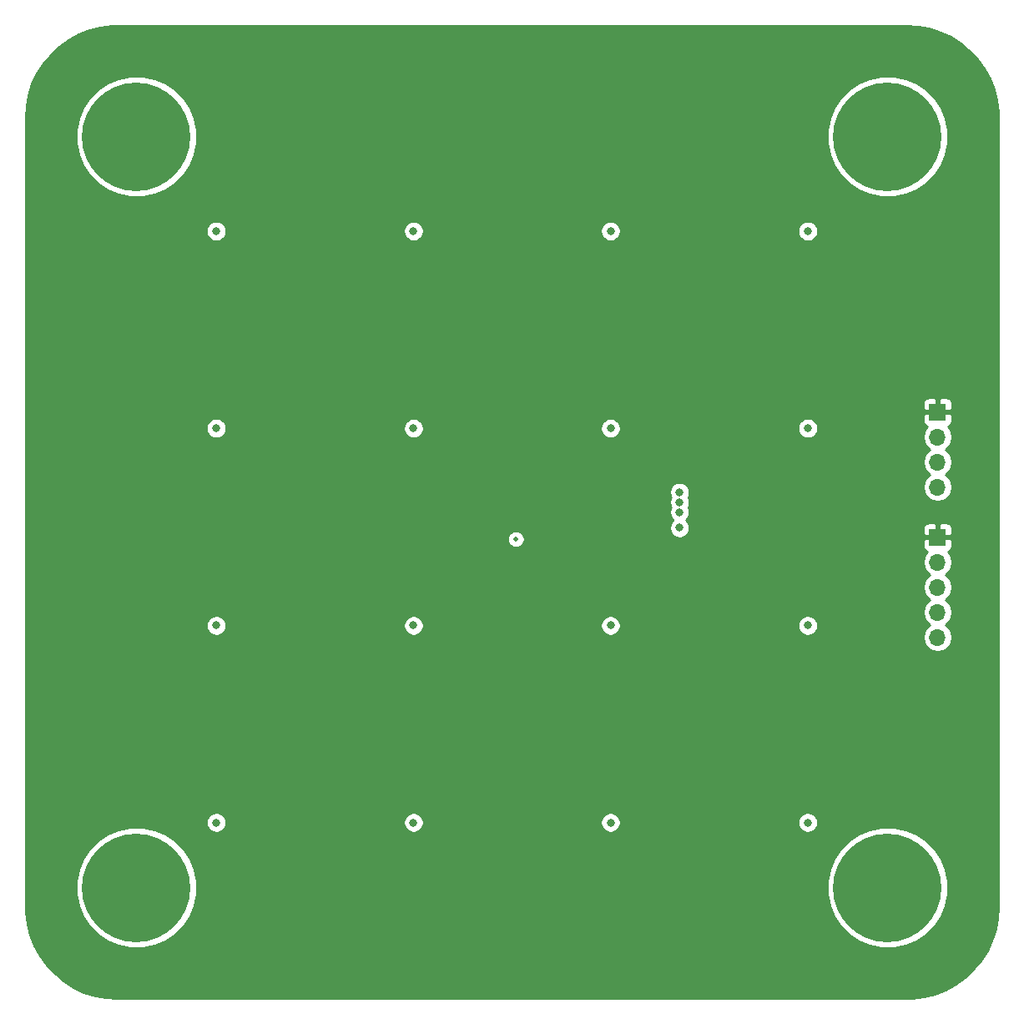
<source format=gbr>
G04 #@! TF.GenerationSoftware,KiCad,Pcbnew,(5.1.5)-3*
G04 #@! TF.CreationDate,2020-04-16T13:08:58+02:00*
G04 #@! TF.ProjectId,TGPG_breakoutboard,54475047-5f62-4726-9561-6b6f7574626f,rev?*
G04 #@! TF.SameCoordinates,Original*
G04 #@! TF.FileFunction,Copper,L2,Inr*
G04 #@! TF.FilePolarity,Positive*
%FSLAX46Y46*%
G04 Gerber Fmt 4.6, Leading zero omitted, Abs format (unit mm)*
G04 Created by KiCad (PCBNEW (5.1.5)-3) date 2020-04-16 13:08:58*
%MOMM*%
%LPD*%
G04 APERTURE LIST*
%ADD10C,11.000000*%
%ADD11O,1.700000X1.700000*%
%ADD12R,1.700000X1.700000*%
%ADD13C,0.500000*%
%ADD14C,0.800000*%
%ADD15C,0.254000*%
G04 APERTURE END LIST*
D10*
X178100000Y-51900000D03*
X178100000Y-128100000D03*
X101900000Y-128100000D03*
X101900000Y-51900000D03*
D11*
X183180000Y-87460000D03*
X183180000Y-84920000D03*
X183180000Y-82380000D03*
D12*
X183180000Y-79840000D03*
D11*
X183180000Y-102700000D03*
X183180000Y-100160000D03*
X183180000Y-97620000D03*
X183180000Y-95080000D03*
D12*
X183180000Y-92540000D03*
D13*
X138750000Y-91250000D03*
X138750000Y-88750000D03*
D14*
X110000000Y-58500000D03*
X130000000Y-58500000D03*
X150000000Y-58500000D03*
X170000000Y-58500000D03*
X110000000Y-78500000D03*
X130000000Y-78500000D03*
X150000000Y-78500000D03*
X170000000Y-78500000D03*
X110000000Y-98500000D03*
X130000000Y-98500000D03*
X150000000Y-98500000D03*
X170000000Y-98500000D03*
X110000000Y-118500000D03*
X130000000Y-118500000D03*
X150000000Y-118500000D03*
X170000000Y-118500000D03*
D13*
X141250000Y-88750000D03*
X141250000Y-91250000D03*
D14*
X181910000Y-70950000D03*
X101900000Y-64600000D03*
X101900000Y-77300000D03*
X101900000Y-90000000D03*
X101900000Y-105240000D03*
X101900000Y-115400000D03*
X178100000Y-115400000D03*
X178100000Y-102700000D03*
X178100000Y-90000000D03*
X178100000Y-77300000D03*
X178100000Y-64600000D03*
X165400000Y-51900000D03*
X152700000Y-51900000D03*
X140000000Y-51900000D03*
X127300000Y-51900000D03*
X114600000Y-51900000D03*
D13*
X140400000Y-92750000D03*
D14*
X110000000Y-61500000D03*
X130000000Y-61500000D03*
X150000000Y-61500000D03*
X170000000Y-61500000D03*
X110000000Y-81500000D03*
X130000000Y-81500000D03*
X150000000Y-81500000D03*
X170000000Y-81500000D03*
X110000000Y-101500000D03*
X130000000Y-101500000D03*
X150000000Y-101500000D03*
X170000000Y-101500000D03*
X110000000Y-121500000D03*
X130000000Y-121500000D03*
X150000000Y-121500000D03*
X170000000Y-121500000D03*
X157000000Y-90000000D03*
X157000000Y-89000000D03*
X157000000Y-88000000D03*
X157000000Y-91600000D03*
D15*
G36*
X181170449Y-40734944D02*
G01*
X182322444Y-40954698D01*
X183437801Y-41317100D01*
X184498955Y-41816441D01*
X185489146Y-42444836D01*
X186392776Y-43192383D01*
X187195588Y-44047292D01*
X187884922Y-44996079D01*
X188449903Y-46023774D01*
X188881627Y-47114186D01*
X189173281Y-48250103D01*
X189321571Y-49423941D01*
X189340000Y-50010358D01*
X189340001Y-129979237D01*
X189265056Y-131170448D01*
X189045302Y-132322444D01*
X188682900Y-133437801D01*
X188183560Y-134498952D01*
X187555165Y-135489144D01*
X186807612Y-136392780D01*
X185952708Y-137195588D01*
X185003922Y-137884922D01*
X183976227Y-138449903D01*
X182885813Y-138881627D01*
X181749897Y-139173281D01*
X180576058Y-139321571D01*
X179989642Y-139340000D01*
X100020747Y-139340000D01*
X98829552Y-139265056D01*
X97677556Y-139045302D01*
X96562199Y-138682900D01*
X95501048Y-138183560D01*
X94510856Y-137555165D01*
X93607220Y-136807612D01*
X92804412Y-135952708D01*
X92115078Y-135003922D01*
X91550097Y-133976227D01*
X91118373Y-132885813D01*
X90826719Y-131749897D01*
X90678429Y-130576058D01*
X90660000Y-129989642D01*
X90660000Y-127495755D01*
X95765000Y-127495755D01*
X95765000Y-128704245D01*
X96000764Y-129889514D01*
X96463233Y-131006012D01*
X97134634Y-132010835D01*
X97989165Y-132865366D01*
X98993988Y-133536767D01*
X100110486Y-133999236D01*
X101295755Y-134235000D01*
X102504245Y-134235000D01*
X103689514Y-133999236D01*
X104806012Y-133536767D01*
X105810835Y-132865366D01*
X106665366Y-132010835D01*
X107336767Y-131006012D01*
X107799236Y-129889514D01*
X108035000Y-128704245D01*
X108035000Y-127495755D01*
X171965000Y-127495755D01*
X171965000Y-128704245D01*
X172200764Y-129889514D01*
X172663233Y-131006012D01*
X173334634Y-132010835D01*
X174189165Y-132865366D01*
X175193988Y-133536767D01*
X176310486Y-133999236D01*
X177495755Y-134235000D01*
X178704245Y-134235000D01*
X179889514Y-133999236D01*
X181006012Y-133536767D01*
X182010835Y-132865366D01*
X182865366Y-132010835D01*
X183536767Y-131006012D01*
X183999236Y-129889514D01*
X184235000Y-128704245D01*
X184235000Y-127495755D01*
X183999236Y-126310486D01*
X183536767Y-125193988D01*
X182865366Y-124189165D01*
X182010835Y-123334634D01*
X181006012Y-122663233D01*
X179889514Y-122200764D01*
X178704245Y-121965000D01*
X177495755Y-121965000D01*
X176310486Y-122200764D01*
X175193988Y-122663233D01*
X174189165Y-123334634D01*
X173334634Y-124189165D01*
X172663233Y-125193988D01*
X172200764Y-126310486D01*
X171965000Y-127495755D01*
X108035000Y-127495755D01*
X107799236Y-126310486D01*
X107336767Y-125193988D01*
X106665366Y-124189165D01*
X105810835Y-123334634D01*
X104806012Y-122663233D01*
X103689514Y-122200764D01*
X102504245Y-121965000D01*
X101295755Y-121965000D01*
X100110486Y-122200764D01*
X98993988Y-122663233D01*
X97989165Y-123334634D01*
X97134634Y-124189165D01*
X96463233Y-125193988D01*
X96000764Y-126310486D01*
X95765000Y-127495755D01*
X90660000Y-127495755D01*
X90660000Y-121398061D01*
X108965000Y-121398061D01*
X108965000Y-121601939D01*
X109004774Y-121801898D01*
X109082795Y-121990256D01*
X109196063Y-122159774D01*
X109340226Y-122303937D01*
X109509744Y-122417205D01*
X109698102Y-122495226D01*
X109898061Y-122535000D01*
X110101939Y-122535000D01*
X110301898Y-122495226D01*
X110490256Y-122417205D01*
X110659774Y-122303937D01*
X110803937Y-122159774D01*
X110917205Y-121990256D01*
X110995226Y-121801898D01*
X111035000Y-121601939D01*
X111035000Y-121398061D01*
X128965000Y-121398061D01*
X128965000Y-121601939D01*
X129004774Y-121801898D01*
X129082795Y-121990256D01*
X129196063Y-122159774D01*
X129340226Y-122303937D01*
X129509744Y-122417205D01*
X129698102Y-122495226D01*
X129898061Y-122535000D01*
X130101939Y-122535000D01*
X130301898Y-122495226D01*
X130490256Y-122417205D01*
X130659774Y-122303937D01*
X130803937Y-122159774D01*
X130917205Y-121990256D01*
X130995226Y-121801898D01*
X131035000Y-121601939D01*
X131035000Y-121398061D01*
X148965000Y-121398061D01*
X148965000Y-121601939D01*
X149004774Y-121801898D01*
X149082795Y-121990256D01*
X149196063Y-122159774D01*
X149340226Y-122303937D01*
X149509744Y-122417205D01*
X149698102Y-122495226D01*
X149898061Y-122535000D01*
X150101939Y-122535000D01*
X150301898Y-122495226D01*
X150490256Y-122417205D01*
X150659774Y-122303937D01*
X150803937Y-122159774D01*
X150917205Y-121990256D01*
X150995226Y-121801898D01*
X151035000Y-121601939D01*
X151035000Y-121398061D01*
X168965000Y-121398061D01*
X168965000Y-121601939D01*
X169004774Y-121801898D01*
X169082795Y-121990256D01*
X169196063Y-122159774D01*
X169340226Y-122303937D01*
X169509744Y-122417205D01*
X169698102Y-122495226D01*
X169898061Y-122535000D01*
X170101939Y-122535000D01*
X170301898Y-122495226D01*
X170490256Y-122417205D01*
X170659774Y-122303937D01*
X170803937Y-122159774D01*
X170917205Y-121990256D01*
X170995226Y-121801898D01*
X171035000Y-121601939D01*
X171035000Y-121398061D01*
X170995226Y-121198102D01*
X170917205Y-121009744D01*
X170803937Y-120840226D01*
X170659774Y-120696063D01*
X170490256Y-120582795D01*
X170301898Y-120504774D01*
X170101939Y-120465000D01*
X169898061Y-120465000D01*
X169698102Y-120504774D01*
X169509744Y-120582795D01*
X169340226Y-120696063D01*
X169196063Y-120840226D01*
X169082795Y-121009744D01*
X169004774Y-121198102D01*
X168965000Y-121398061D01*
X151035000Y-121398061D01*
X150995226Y-121198102D01*
X150917205Y-121009744D01*
X150803937Y-120840226D01*
X150659774Y-120696063D01*
X150490256Y-120582795D01*
X150301898Y-120504774D01*
X150101939Y-120465000D01*
X149898061Y-120465000D01*
X149698102Y-120504774D01*
X149509744Y-120582795D01*
X149340226Y-120696063D01*
X149196063Y-120840226D01*
X149082795Y-121009744D01*
X149004774Y-121198102D01*
X148965000Y-121398061D01*
X131035000Y-121398061D01*
X130995226Y-121198102D01*
X130917205Y-121009744D01*
X130803937Y-120840226D01*
X130659774Y-120696063D01*
X130490256Y-120582795D01*
X130301898Y-120504774D01*
X130101939Y-120465000D01*
X129898061Y-120465000D01*
X129698102Y-120504774D01*
X129509744Y-120582795D01*
X129340226Y-120696063D01*
X129196063Y-120840226D01*
X129082795Y-121009744D01*
X129004774Y-121198102D01*
X128965000Y-121398061D01*
X111035000Y-121398061D01*
X110995226Y-121198102D01*
X110917205Y-121009744D01*
X110803937Y-120840226D01*
X110659774Y-120696063D01*
X110490256Y-120582795D01*
X110301898Y-120504774D01*
X110101939Y-120465000D01*
X109898061Y-120465000D01*
X109698102Y-120504774D01*
X109509744Y-120582795D01*
X109340226Y-120696063D01*
X109196063Y-120840226D01*
X109082795Y-121009744D01*
X109004774Y-121198102D01*
X108965000Y-121398061D01*
X90660000Y-121398061D01*
X90660000Y-101398061D01*
X108965000Y-101398061D01*
X108965000Y-101601939D01*
X109004774Y-101801898D01*
X109082795Y-101990256D01*
X109196063Y-102159774D01*
X109340226Y-102303937D01*
X109509744Y-102417205D01*
X109698102Y-102495226D01*
X109898061Y-102535000D01*
X110101939Y-102535000D01*
X110301898Y-102495226D01*
X110490256Y-102417205D01*
X110659774Y-102303937D01*
X110803937Y-102159774D01*
X110917205Y-101990256D01*
X110995226Y-101801898D01*
X111035000Y-101601939D01*
X111035000Y-101398061D01*
X128965000Y-101398061D01*
X128965000Y-101601939D01*
X129004774Y-101801898D01*
X129082795Y-101990256D01*
X129196063Y-102159774D01*
X129340226Y-102303937D01*
X129509744Y-102417205D01*
X129698102Y-102495226D01*
X129898061Y-102535000D01*
X130101939Y-102535000D01*
X130301898Y-102495226D01*
X130490256Y-102417205D01*
X130659774Y-102303937D01*
X130803937Y-102159774D01*
X130917205Y-101990256D01*
X130995226Y-101801898D01*
X131035000Y-101601939D01*
X131035000Y-101398061D01*
X148965000Y-101398061D01*
X148965000Y-101601939D01*
X149004774Y-101801898D01*
X149082795Y-101990256D01*
X149196063Y-102159774D01*
X149340226Y-102303937D01*
X149509744Y-102417205D01*
X149698102Y-102495226D01*
X149898061Y-102535000D01*
X150101939Y-102535000D01*
X150301898Y-102495226D01*
X150490256Y-102417205D01*
X150659774Y-102303937D01*
X150803937Y-102159774D01*
X150917205Y-101990256D01*
X150995226Y-101801898D01*
X151035000Y-101601939D01*
X151035000Y-101398061D01*
X168965000Y-101398061D01*
X168965000Y-101601939D01*
X169004774Y-101801898D01*
X169082795Y-101990256D01*
X169196063Y-102159774D01*
X169340226Y-102303937D01*
X169509744Y-102417205D01*
X169698102Y-102495226D01*
X169898061Y-102535000D01*
X170101939Y-102535000D01*
X170301898Y-102495226D01*
X170490256Y-102417205D01*
X170659774Y-102303937D01*
X170803937Y-102159774D01*
X170917205Y-101990256D01*
X170995226Y-101801898D01*
X171035000Y-101601939D01*
X171035000Y-101398061D01*
X170995226Y-101198102D01*
X170917205Y-101009744D01*
X170803937Y-100840226D01*
X170659774Y-100696063D01*
X170490256Y-100582795D01*
X170301898Y-100504774D01*
X170101939Y-100465000D01*
X169898061Y-100465000D01*
X169698102Y-100504774D01*
X169509744Y-100582795D01*
X169340226Y-100696063D01*
X169196063Y-100840226D01*
X169082795Y-101009744D01*
X169004774Y-101198102D01*
X168965000Y-101398061D01*
X151035000Y-101398061D01*
X150995226Y-101198102D01*
X150917205Y-101009744D01*
X150803937Y-100840226D01*
X150659774Y-100696063D01*
X150490256Y-100582795D01*
X150301898Y-100504774D01*
X150101939Y-100465000D01*
X149898061Y-100465000D01*
X149698102Y-100504774D01*
X149509744Y-100582795D01*
X149340226Y-100696063D01*
X149196063Y-100840226D01*
X149082795Y-101009744D01*
X149004774Y-101198102D01*
X148965000Y-101398061D01*
X131035000Y-101398061D01*
X130995226Y-101198102D01*
X130917205Y-101009744D01*
X130803937Y-100840226D01*
X130659774Y-100696063D01*
X130490256Y-100582795D01*
X130301898Y-100504774D01*
X130101939Y-100465000D01*
X129898061Y-100465000D01*
X129698102Y-100504774D01*
X129509744Y-100582795D01*
X129340226Y-100696063D01*
X129196063Y-100840226D01*
X129082795Y-101009744D01*
X129004774Y-101198102D01*
X128965000Y-101398061D01*
X111035000Y-101398061D01*
X110995226Y-101198102D01*
X110917205Y-101009744D01*
X110803937Y-100840226D01*
X110659774Y-100696063D01*
X110490256Y-100582795D01*
X110301898Y-100504774D01*
X110101939Y-100465000D01*
X109898061Y-100465000D01*
X109698102Y-100504774D01*
X109509744Y-100582795D01*
X109340226Y-100696063D01*
X109196063Y-100840226D01*
X109082795Y-101009744D01*
X109004774Y-101198102D01*
X108965000Y-101398061D01*
X90660000Y-101398061D01*
X90660000Y-92662835D01*
X139515000Y-92662835D01*
X139515000Y-92837165D01*
X139549010Y-93008145D01*
X139615723Y-93169205D01*
X139712576Y-93314155D01*
X139835845Y-93437424D01*
X139980795Y-93534277D01*
X140141855Y-93600990D01*
X140312835Y-93635000D01*
X140487165Y-93635000D01*
X140658145Y-93600990D01*
X140819205Y-93534277D01*
X140964155Y-93437424D01*
X141011579Y-93390000D01*
X181691928Y-93390000D01*
X181704188Y-93514482D01*
X181740498Y-93634180D01*
X181799463Y-93744494D01*
X181878815Y-93841185D01*
X181975506Y-93920537D01*
X182085820Y-93979502D01*
X182158380Y-94001513D01*
X182026525Y-94133368D01*
X181864010Y-94376589D01*
X181752068Y-94646842D01*
X181695000Y-94933740D01*
X181695000Y-95226260D01*
X181752068Y-95513158D01*
X181864010Y-95783411D01*
X182026525Y-96026632D01*
X182233368Y-96233475D01*
X182407760Y-96350000D01*
X182233368Y-96466525D01*
X182026525Y-96673368D01*
X181864010Y-96916589D01*
X181752068Y-97186842D01*
X181695000Y-97473740D01*
X181695000Y-97766260D01*
X181752068Y-98053158D01*
X181864010Y-98323411D01*
X182026525Y-98566632D01*
X182233368Y-98773475D01*
X182407760Y-98890000D01*
X182233368Y-99006525D01*
X182026525Y-99213368D01*
X181864010Y-99456589D01*
X181752068Y-99726842D01*
X181695000Y-100013740D01*
X181695000Y-100306260D01*
X181752068Y-100593158D01*
X181864010Y-100863411D01*
X182026525Y-101106632D01*
X182233368Y-101313475D01*
X182407760Y-101430000D01*
X182233368Y-101546525D01*
X182026525Y-101753368D01*
X181864010Y-101996589D01*
X181752068Y-102266842D01*
X181695000Y-102553740D01*
X181695000Y-102846260D01*
X181752068Y-103133158D01*
X181864010Y-103403411D01*
X182026525Y-103646632D01*
X182233368Y-103853475D01*
X182476589Y-104015990D01*
X182746842Y-104127932D01*
X183033740Y-104185000D01*
X183326260Y-104185000D01*
X183613158Y-104127932D01*
X183883411Y-104015990D01*
X184126632Y-103853475D01*
X184333475Y-103646632D01*
X184495990Y-103403411D01*
X184607932Y-103133158D01*
X184665000Y-102846260D01*
X184665000Y-102553740D01*
X184607932Y-102266842D01*
X184495990Y-101996589D01*
X184333475Y-101753368D01*
X184126632Y-101546525D01*
X183952240Y-101430000D01*
X184126632Y-101313475D01*
X184333475Y-101106632D01*
X184495990Y-100863411D01*
X184607932Y-100593158D01*
X184665000Y-100306260D01*
X184665000Y-100013740D01*
X184607932Y-99726842D01*
X184495990Y-99456589D01*
X184333475Y-99213368D01*
X184126632Y-99006525D01*
X183952240Y-98890000D01*
X184126632Y-98773475D01*
X184333475Y-98566632D01*
X184495990Y-98323411D01*
X184607932Y-98053158D01*
X184665000Y-97766260D01*
X184665000Y-97473740D01*
X184607932Y-97186842D01*
X184495990Y-96916589D01*
X184333475Y-96673368D01*
X184126632Y-96466525D01*
X183952240Y-96350000D01*
X184126632Y-96233475D01*
X184333475Y-96026632D01*
X184495990Y-95783411D01*
X184607932Y-95513158D01*
X184665000Y-95226260D01*
X184665000Y-94933740D01*
X184607932Y-94646842D01*
X184495990Y-94376589D01*
X184333475Y-94133368D01*
X184201620Y-94001513D01*
X184274180Y-93979502D01*
X184384494Y-93920537D01*
X184481185Y-93841185D01*
X184560537Y-93744494D01*
X184619502Y-93634180D01*
X184655812Y-93514482D01*
X184668072Y-93390000D01*
X184665000Y-92825750D01*
X184506250Y-92667000D01*
X183307000Y-92667000D01*
X183307000Y-92687000D01*
X183053000Y-92687000D01*
X183053000Y-92667000D01*
X181853750Y-92667000D01*
X181695000Y-92825750D01*
X181691928Y-93390000D01*
X141011579Y-93390000D01*
X141087424Y-93314155D01*
X141184277Y-93169205D01*
X141250990Y-93008145D01*
X141285000Y-92837165D01*
X141285000Y-92662835D01*
X141250990Y-92491855D01*
X141184277Y-92330795D01*
X141087424Y-92185845D01*
X140964155Y-92062576D01*
X140819205Y-91965723D01*
X140658145Y-91899010D01*
X140487165Y-91865000D01*
X140312835Y-91865000D01*
X140141855Y-91899010D01*
X139980795Y-91965723D01*
X139835845Y-92062576D01*
X139712576Y-92185845D01*
X139615723Y-92330795D01*
X139549010Y-92491855D01*
X139515000Y-92662835D01*
X90660000Y-92662835D01*
X90660000Y-87898061D01*
X155965000Y-87898061D01*
X155965000Y-88101939D01*
X156004774Y-88301898D01*
X156082795Y-88490256D01*
X156089306Y-88500000D01*
X156082795Y-88509744D01*
X156004774Y-88698102D01*
X155965000Y-88898061D01*
X155965000Y-89101939D01*
X156004774Y-89301898D01*
X156082795Y-89490256D01*
X156089306Y-89500000D01*
X156082795Y-89509744D01*
X156004774Y-89698102D01*
X155965000Y-89898061D01*
X155965000Y-90101939D01*
X156004774Y-90301898D01*
X156082795Y-90490256D01*
X156196063Y-90659774D01*
X156336289Y-90800000D01*
X156196063Y-90940226D01*
X156082795Y-91109744D01*
X156004774Y-91298102D01*
X155965000Y-91498061D01*
X155965000Y-91701939D01*
X156004774Y-91901898D01*
X156082795Y-92090256D01*
X156196063Y-92259774D01*
X156340226Y-92403937D01*
X156509744Y-92517205D01*
X156698102Y-92595226D01*
X156898061Y-92635000D01*
X157101939Y-92635000D01*
X157301898Y-92595226D01*
X157490256Y-92517205D01*
X157659774Y-92403937D01*
X157803937Y-92259774D01*
X157917205Y-92090256D01*
X157995226Y-91901898D01*
X158035000Y-91701939D01*
X158035000Y-91690000D01*
X181691928Y-91690000D01*
X181695000Y-92254250D01*
X181853750Y-92413000D01*
X183053000Y-92413000D01*
X183053000Y-91213750D01*
X183307000Y-91213750D01*
X183307000Y-92413000D01*
X184506250Y-92413000D01*
X184665000Y-92254250D01*
X184668072Y-91690000D01*
X184655812Y-91565518D01*
X184619502Y-91445820D01*
X184560537Y-91335506D01*
X184481185Y-91238815D01*
X184384494Y-91159463D01*
X184274180Y-91100498D01*
X184154482Y-91064188D01*
X184030000Y-91051928D01*
X183465750Y-91055000D01*
X183307000Y-91213750D01*
X183053000Y-91213750D01*
X182894250Y-91055000D01*
X182330000Y-91051928D01*
X182205518Y-91064188D01*
X182085820Y-91100498D01*
X181975506Y-91159463D01*
X181878815Y-91238815D01*
X181799463Y-91335506D01*
X181740498Y-91445820D01*
X181704188Y-91565518D01*
X181691928Y-91690000D01*
X158035000Y-91690000D01*
X158035000Y-91498061D01*
X157995226Y-91298102D01*
X157917205Y-91109744D01*
X157803937Y-90940226D01*
X157663711Y-90800000D01*
X157803937Y-90659774D01*
X157917205Y-90490256D01*
X157995226Y-90301898D01*
X158035000Y-90101939D01*
X158035000Y-89898061D01*
X157995226Y-89698102D01*
X157917205Y-89509744D01*
X157910694Y-89500000D01*
X157917205Y-89490256D01*
X157995226Y-89301898D01*
X158035000Y-89101939D01*
X158035000Y-88898061D01*
X157995226Y-88698102D01*
X157917205Y-88509744D01*
X157910694Y-88500000D01*
X157917205Y-88490256D01*
X157995226Y-88301898D01*
X158035000Y-88101939D01*
X158035000Y-87898061D01*
X157995226Y-87698102D01*
X157917205Y-87509744D01*
X157803937Y-87340226D01*
X157659774Y-87196063D01*
X157490256Y-87082795D01*
X157301898Y-87004774D01*
X157101939Y-86965000D01*
X156898061Y-86965000D01*
X156698102Y-87004774D01*
X156509744Y-87082795D01*
X156340226Y-87196063D01*
X156196063Y-87340226D01*
X156082795Y-87509744D01*
X156004774Y-87698102D01*
X155965000Y-87898061D01*
X90660000Y-87898061D01*
X90660000Y-81398061D01*
X108965000Y-81398061D01*
X108965000Y-81601939D01*
X109004774Y-81801898D01*
X109082795Y-81990256D01*
X109196063Y-82159774D01*
X109340226Y-82303937D01*
X109509744Y-82417205D01*
X109698102Y-82495226D01*
X109898061Y-82535000D01*
X110101939Y-82535000D01*
X110301898Y-82495226D01*
X110490256Y-82417205D01*
X110659774Y-82303937D01*
X110803937Y-82159774D01*
X110917205Y-81990256D01*
X110995226Y-81801898D01*
X111035000Y-81601939D01*
X111035000Y-81398061D01*
X128965000Y-81398061D01*
X128965000Y-81601939D01*
X129004774Y-81801898D01*
X129082795Y-81990256D01*
X129196063Y-82159774D01*
X129340226Y-82303937D01*
X129509744Y-82417205D01*
X129698102Y-82495226D01*
X129898061Y-82535000D01*
X130101939Y-82535000D01*
X130301898Y-82495226D01*
X130490256Y-82417205D01*
X130659774Y-82303937D01*
X130803937Y-82159774D01*
X130917205Y-81990256D01*
X130995226Y-81801898D01*
X131035000Y-81601939D01*
X131035000Y-81398061D01*
X148965000Y-81398061D01*
X148965000Y-81601939D01*
X149004774Y-81801898D01*
X149082795Y-81990256D01*
X149196063Y-82159774D01*
X149340226Y-82303937D01*
X149509744Y-82417205D01*
X149698102Y-82495226D01*
X149898061Y-82535000D01*
X150101939Y-82535000D01*
X150301898Y-82495226D01*
X150490256Y-82417205D01*
X150659774Y-82303937D01*
X150803937Y-82159774D01*
X150917205Y-81990256D01*
X150995226Y-81801898D01*
X151035000Y-81601939D01*
X151035000Y-81398061D01*
X168965000Y-81398061D01*
X168965000Y-81601939D01*
X169004774Y-81801898D01*
X169082795Y-81990256D01*
X169196063Y-82159774D01*
X169340226Y-82303937D01*
X169509744Y-82417205D01*
X169698102Y-82495226D01*
X169898061Y-82535000D01*
X170101939Y-82535000D01*
X170301898Y-82495226D01*
X170490256Y-82417205D01*
X170659774Y-82303937D01*
X170803937Y-82159774D01*
X170917205Y-81990256D01*
X170995226Y-81801898D01*
X171035000Y-81601939D01*
X171035000Y-81398061D01*
X170995226Y-81198102D01*
X170917205Y-81009744D01*
X170803937Y-80840226D01*
X170659774Y-80696063D01*
X170650701Y-80690000D01*
X181691928Y-80690000D01*
X181704188Y-80814482D01*
X181740498Y-80934180D01*
X181799463Y-81044494D01*
X181878815Y-81141185D01*
X181975506Y-81220537D01*
X182085820Y-81279502D01*
X182158380Y-81301513D01*
X182026525Y-81433368D01*
X181864010Y-81676589D01*
X181752068Y-81946842D01*
X181695000Y-82233740D01*
X181695000Y-82526260D01*
X181752068Y-82813158D01*
X181864010Y-83083411D01*
X182026525Y-83326632D01*
X182233368Y-83533475D01*
X182407760Y-83650000D01*
X182233368Y-83766525D01*
X182026525Y-83973368D01*
X181864010Y-84216589D01*
X181752068Y-84486842D01*
X181695000Y-84773740D01*
X181695000Y-85066260D01*
X181752068Y-85353158D01*
X181864010Y-85623411D01*
X182026525Y-85866632D01*
X182233368Y-86073475D01*
X182407760Y-86190000D01*
X182233368Y-86306525D01*
X182026525Y-86513368D01*
X181864010Y-86756589D01*
X181752068Y-87026842D01*
X181695000Y-87313740D01*
X181695000Y-87606260D01*
X181752068Y-87893158D01*
X181864010Y-88163411D01*
X182026525Y-88406632D01*
X182233368Y-88613475D01*
X182476589Y-88775990D01*
X182746842Y-88887932D01*
X183033740Y-88945000D01*
X183326260Y-88945000D01*
X183613158Y-88887932D01*
X183883411Y-88775990D01*
X184126632Y-88613475D01*
X184333475Y-88406632D01*
X184495990Y-88163411D01*
X184607932Y-87893158D01*
X184665000Y-87606260D01*
X184665000Y-87313740D01*
X184607932Y-87026842D01*
X184495990Y-86756589D01*
X184333475Y-86513368D01*
X184126632Y-86306525D01*
X183952240Y-86190000D01*
X184126632Y-86073475D01*
X184333475Y-85866632D01*
X184495990Y-85623411D01*
X184607932Y-85353158D01*
X184665000Y-85066260D01*
X184665000Y-84773740D01*
X184607932Y-84486842D01*
X184495990Y-84216589D01*
X184333475Y-83973368D01*
X184126632Y-83766525D01*
X183952240Y-83650000D01*
X184126632Y-83533475D01*
X184333475Y-83326632D01*
X184495990Y-83083411D01*
X184607932Y-82813158D01*
X184665000Y-82526260D01*
X184665000Y-82233740D01*
X184607932Y-81946842D01*
X184495990Y-81676589D01*
X184333475Y-81433368D01*
X184201620Y-81301513D01*
X184274180Y-81279502D01*
X184384494Y-81220537D01*
X184481185Y-81141185D01*
X184560537Y-81044494D01*
X184619502Y-80934180D01*
X184655812Y-80814482D01*
X184668072Y-80690000D01*
X184665000Y-80125750D01*
X184506250Y-79967000D01*
X183307000Y-79967000D01*
X183307000Y-79987000D01*
X183053000Y-79987000D01*
X183053000Y-79967000D01*
X181853750Y-79967000D01*
X181695000Y-80125750D01*
X181691928Y-80690000D01*
X170650701Y-80690000D01*
X170490256Y-80582795D01*
X170301898Y-80504774D01*
X170101939Y-80465000D01*
X169898061Y-80465000D01*
X169698102Y-80504774D01*
X169509744Y-80582795D01*
X169340226Y-80696063D01*
X169196063Y-80840226D01*
X169082795Y-81009744D01*
X169004774Y-81198102D01*
X168965000Y-81398061D01*
X151035000Y-81398061D01*
X150995226Y-81198102D01*
X150917205Y-81009744D01*
X150803937Y-80840226D01*
X150659774Y-80696063D01*
X150490256Y-80582795D01*
X150301898Y-80504774D01*
X150101939Y-80465000D01*
X149898061Y-80465000D01*
X149698102Y-80504774D01*
X149509744Y-80582795D01*
X149340226Y-80696063D01*
X149196063Y-80840226D01*
X149082795Y-81009744D01*
X149004774Y-81198102D01*
X148965000Y-81398061D01*
X131035000Y-81398061D01*
X130995226Y-81198102D01*
X130917205Y-81009744D01*
X130803937Y-80840226D01*
X130659774Y-80696063D01*
X130490256Y-80582795D01*
X130301898Y-80504774D01*
X130101939Y-80465000D01*
X129898061Y-80465000D01*
X129698102Y-80504774D01*
X129509744Y-80582795D01*
X129340226Y-80696063D01*
X129196063Y-80840226D01*
X129082795Y-81009744D01*
X129004774Y-81198102D01*
X128965000Y-81398061D01*
X111035000Y-81398061D01*
X110995226Y-81198102D01*
X110917205Y-81009744D01*
X110803937Y-80840226D01*
X110659774Y-80696063D01*
X110490256Y-80582795D01*
X110301898Y-80504774D01*
X110101939Y-80465000D01*
X109898061Y-80465000D01*
X109698102Y-80504774D01*
X109509744Y-80582795D01*
X109340226Y-80696063D01*
X109196063Y-80840226D01*
X109082795Y-81009744D01*
X109004774Y-81198102D01*
X108965000Y-81398061D01*
X90660000Y-81398061D01*
X90660000Y-78990000D01*
X181691928Y-78990000D01*
X181695000Y-79554250D01*
X181853750Y-79713000D01*
X183053000Y-79713000D01*
X183053000Y-78513750D01*
X183307000Y-78513750D01*
X183307000Y-79713000D01*
X184506250Y-79713000D01*
X184665000Y-79554250D01*
X184668072Y-78990000D01*
X184655812Y-78865518D01*
X184619502Y-78745820D01*
X184560537Y-78635506D01*
X184481185Y-78538815D01*
X184384494Y-78459463D01*
X184274180Y-78400498D01*
X184154482Y-78364188D01*
X184030000Y-78351928D01*
X183465750Y-78355000D01*
X183307000Y-78513750D01*
X183053000Y-78513750D01*
X182894250Y-78355000D01*
X182330000Y-78351928D01*
X182205518Y-78364188D01*
X182085820Y-78400498D01*
X181975506Y-78459463D01*
X181878815Y-78538815D01*
X181799463Y-78635506D01*
X181740498Y-78745820D01*
X181704188Y-78865518D01*
X181691928Y-78990000D01*
X90660000Y-78990000D01*
X90660000Y-61398061D01*
X108965000Y-61398061D01*
X108965000Y-61601939D01*
X109004774Y-61801898D01*
X109082795Y-61990256D01*
X109196063Y-62159774D01*
X109340226Y-62303937D01*
X109509744Y-62417205D01*
X109698102Y-62495226D01*
X109898061Y-62535000D01*
X110101939Y-62535000D01*
X110301898Y-62495226D01*
X110490256Y-62417205D01*
X110659774Y-62303937D01*
X110803937Y-62159774D01*
X110917205Y-61990256D01*
X110995226Y-61801898D01*
X111035000Y-61601939D01*
X111035000Y-61398061D01*
X128965000Y-61398061D01*
X128965000Y-61601939D01*
X129004774Y-61801898D01*
X129082795Y-61990256D01*
X129196063Y-62159774D01*
X129340226Y-62303937D01*
X129509744Y-62417205D01*
X129698102Y-62495226D01*
X129898061Y-62535000D01*
X130101939Y-62535000D01*
X130301898Y-62495226D01*
X130490256Y-62417205D01*
X130659774Y-62303937D01*
X130803937Y-62159774D01*
X130917205Y-61990256D01*
X130995226Y-61801898D01*
X131035000Y-61601939D01*
X131035000Y-61398061D01*
X148965000Y-61398061D01*
X148965000Y-61601939D01*
X149004774Y-61801898D01*
X149082795Y-61990256D01*
X149196063Y-62159774D01*
X149340226Y-62303937D01*
X149509744Y-62417205D01*
X149698102Y-62495226D01*
X149898061Y-62535000D01*
X150101939Y-62535000D01*
X150301898Y-62495226D01*
X150490256Y-62417205D01*
X150659774Y-62303937D01*
X150803937Y-62159774D01*
X150917205Y-61990256D01*
X150995226Y-61801898D01*
X151035000Y-61601939D01*
X151035000Y-61398061D01*
X168965000Y-61398061D01*
X168965000Y-61601939D01*
X169004774Y-61801898D01*
X169082795Y-61990256D01*
X169196063Y-62159774D01*
X169340226Y-62303937D01*
X169509744Y-62417205D01*
X169698102Y-62495226D01*
X169898061Y-62535000D01*
X170101939Y-62535000D01*
X170301898Y-62495226D01*
X170490256Y-62417205D01*
X170659774Y-62303937D01*
X170803937Y-62159774D01*
X170917205Y-61990256D01*
X170995226Y-61801898D01*
X171035000Y-61601939D01*
X171035000Y-61398061D01*
X170995226Y-61198102D01*
X170917205Y-61009744D01*
X170803937Y-60840226D01*
X170659774Y-60696063D01*
X170490256Y-60582795D01*
X170301898Y-60504774D01*
X170101939Y-60465000D01*
X169898061Y-60465000D01*
X169698102Y-60504774D01*
X169509744Y-60582795D01*
X169340226Y-60696063D01*
X169196063Y-60840226D01*
X169082795Y-61009744D01*
X169004774Y-61198102D01*
X168965000Y-61398061D01*
X151035000Y-61398061D01*
X150995226Y-61198102D01*
X150917205Y-61009744D01*
X150803937Y-60840226D01*
X150659774Y-60696063D01*
X150490256Y-60582795D01*
X150301898Y-60504774D01*
X150101939Y-60465000D01*
X149898061Y-60465000D01*
X149698102Y-60504774D01*
X149509744Y-60582795D01*
X149340226Y-60696063D01*
X149196063Y-60840226D01*
X149082795Y-61009744D01*
X149004774Y-61198102D01*
X148965000Y-61398061D01*
X131035000Y-61398061D01*
X130995226Y-61198102D01*
X130917205Y-61009744D01*
X130803937Y-60840226D01*
X130659774Y-60696063D01*
X130490256Y-60582795D01*
X130301898Y-60504774D01*
X130101939Y-60465000D01*
X129898061Y-60465000D01*
X129698102Y-60504774D01*
X129509744Y-60582795D01*
X129340226Y-60696063D01*
X129196063Y-60840226D01*
X129082795Y-61009744D01*
X129004774Y-61198102D01*
X128965000Y-61398061D01*
X111035000Y-61398061D01*
X110995226Y-61198102D01*
X110917205Y-61009744D01*
X110803937Y-60840226D01*
X110659774Y-60696063D01*
X110490256Y-60582795D01*
X110301898Y-60504774D01*
X110101939Y-60465000D01*
X109898061Y-60465000D01*
X109698102Y-60504774D01*
X109509744Y-60582795D01*
X109340226Y-60696063D01*
X109196063Y-60840226D01*
X109082795Y-61009744D01*
X109004774Y-61198102D01*
X108965000Y-61398061D01*
X90660000Y-61398061D01*
X90660000Y-51295755D01*
X95765000Y-51295755D01*
X95765000Y-52504245D01*
X96000764Y-53689514D01*
X96463233Y-54806012D01*
X97134634Y-55810835D01*
X97989165Y-56665366D01*
X98993988Y-57336767D01*
X100110486Y-57799236D01*
X101295755Y-58035000D01*
X102504245Y-58035000D01*
X103689514Y-57799236D01*
X104806012Y-57336767D01*
X105810835Y-56665366D01*
X106665366Y-55810835D01*
X107336767Y-54806012D01*
X107799236Y-53689514D01*
X108035000Y-52504245D01*
X108035000Y-51295755D01*
X171965000Y-51295755D01*
X171965000Y-52504245D01*
X172200764Y-53689514D01*
X172663233Y-54806012D01*
X173334634Y-55810835D01*
X174189165Y-56665366D01*
X175193988Y-57336767D01*
X176310486Y-57799236D01*
X177495755Y-58035000D01*
X178704245Y-58035000D01*
X179889514Y-57799236D01*
X181006012Y-57336767D01*
X182010835Y-56665366D01*
X182865366Y-55810835D01*
X183536767Y-54806012D01*
X183999236Y-53689514D01*
X184235000Y-52504245D01*
X184235000Y-51295755D01*
X183999236Y-50110486D01*
X183536767Y-48993988D01*
X182865366Y-47989165D01*
X182010835Y-47134634D01*
X181006012Y-46463233D01*
X179889514Y-46000764D01*
X178704245Y-45765000D01*
X177495755Y-45765000D01*
X176310486Y-46000764D01*
X175193988Y-46463233D01*
X174189165Y-47134634D01*
X173334634Y-47989165D01*
X172663233Y-48993988D01*
X172200764Y-50110486D01*
X171965000Y-51295755D01*
X108035000Y-51295755D01*
X107799236Y-50110486D01*
X107336767Y-48993988D01*
X106665366Y-47989165D01*
X105810835Y-47134634D01*
X104806012Y-46463233D01*
X103689514Y-46000764D01*
X102504245Y-45765000D01*
X101295755Y-45765000D01*
X100110486Y-46000764D01*
X98993988Y-46463233D01*
X97989165Y-47134634D01*
X97134634Y-47989165D01*
X96463233Y-48993988D01*
X96000764Y-50110486D01*
X95765000Y-51295755D01*
X90660000Y-51295755D01*
X90660000Y-50020747D01*
X90734944Y-48829551D01*
X90954698Y-47677556D01*
X91317100Y-46562199D01*
X91816441Y-45501045D01*
X92444836Y-44510854D01*
X93192383Y-43607224D01*
X94047292Y-42804412D01*
X94996079Y-42115078D01*
X96023774Y-41550097D01*
X97114186Y-41118373D01*
X98250103Y-40826719D01*
X99423941Y-40678429D01*
X100010358Y-40660000D01*
X179979253Y-40660000D01*
X181170449Y-40734944D01*
G37*
X181170449Y-40734944D02*
X182322444Y-40954698D01*
X183437801Y-41317100D01*
X184498955Y-41816441D01*
X185489146Y-42444836D01*
X186392776Y-43192383D01*
X187195588Y-44047292D01*
X187884922Y-44996079D01*
X188449903Y-46023774D01*
X188881627Y-47114186D01*
X189173281Y-48250103D01*
X189321571Y-49423941D01*
X189340000Y-50010358D01*
X189340001Y-129979237D01*
X189265056Y-131170448D01*
X189045302Y-132322444D01*
X188682900Y-133437801D01*
X188183560Y-134498952D01*
X187555165Y-135489144D01*
X186807612Y-136392780D01*
X185952708Y-137195588D01*
X185003922Y-137884922D01*
X183976227Y-138449903D01*
X182885813Y-138881627D01*
X181749897Y-139173281D01*
X180576058Y-139321571D01*
X179989642Y-139340000D01*
X100020747Y-139340000D01*
X98829552Y-139265056D01*
X97677556Y-139045302D01*
X96562199Y-138682900D01*
X95501048Y-138183560D01*
X94510856Y-137555165D01*
X93607220Y-136807612D01*
X92804412Y-135952708D01*
X92115078Y-135003922D01*
X91550097Y-133976227D01*
X91118373Y-132885813D01*
X90826719Y-131749897D01*
X90678429Y-130576058D01*
X90660000Y-129989642D01*
X90660000Y-127495755D01*
X95765000Y-127495755D01*
X95765000Y-128704245D01*
X96000764Y-129889514D01*
X96463233Y-131006012D01*
X97134634Y-132010835D01*
X97989165Y-132865366D01*
X98993988Y-133536767D01*
X100110486Y-133999236D01*
X101295755Y-134235000D01*
X102504245Y-134235000D01*
X103689514Y-133999236D01*
X104806012Y-133536767D01*
X105810835Y-132865366D01*
X106665366Y-132010835D01*
X107336767Y-131006012D01*
X107799236Y-129889514D01*
X108035000Y-128704245D01*
X108035000Y-127495755D01*
X171965000Y-127495755D01*
X171965000Y-128704245D01*
X172200764Y-129889514D01*
X172663233Y-131006012D01*
X173334634Y-132010835D01*
X174189165Y-132865366D01*
X175193988Y-133536767D01*
X176310486Y-133999236D01*
X177495755Y-134235000D01*
X178704245Y-134235000D01*
X179889514Y-133999236D01*
X181006012Y-133536767D01*
X182010835Y-132865366D01*
X182865366Y-132010835D01*
X183536767Y-131006012D01*
X183999236Y-129889514D01*
X184235000Y-128704245D01*
X184235000Y-127495755D01*
X183999236Y-126310486D01*
X183536767Y-125193988D01*
X182865366Y-124189165D01*
X182010835Y-123334634D01*
X181006012Y-122663233D01*
X179889514Y-122200764D01*
X178704245Y-121965000D01*
X177495755Y-121965000D01*
X176310486Y-122200764D01*
X175193988Y-122663233D01*
X174189165Y-123334634D01*
X173334634Y-124189165D01*
X172663233Y-125193988D01*
X172200764Y-126310486D01*
X171965000Y-127495755D01*
X108035000Y-127495755D01*
X107799236Y-126310486D01*
X107336767Y-125193988D01*
X106665366Y-124189165D01*
X105810835Y-123334634D01*
X104806012Y-122663233D01*
X103689514Y-122200764D01*
X102504245Y-121965000D01*
X101295755Y-121965000D01*
X100110486Y-122200764D01*
X98993988Y-122663233D01*
X97989165Y-123334634D01*
X97134634Y-124189165D01*
X96463233Y-125193988D01*
X96000764Y-126310486D01*
X95765000Y-127495755D01*
X90660000Y-127495755D01*
X90660000Y-121398061D01*
X108965000Y-121398061D01*
X108965000Y-121601939D01*
X109004774Y-121801898D01*
X109082795Y-121990256D01*
X109196063Y-122159774D01*
X109340226Y-122303937D01*
X109509744Y-122417205D01*
X109698102Y-122495226D01*
X109898061Y-122535000D01*
X110101939Y-122535000D01*
X110301898Y-122495226D01*
X110490256Y-122417205D01*
X110659774Y-122303937D01*
X110803937Y-122159774D01*
X110917205Y-121990256D01*
X110995226Y-121801898D01*
X111035000Y-121601939D01*
X111035000Y-121398061D01*
X128965000Y-121398061D01*
X128965000Y-121601939D01*
X129004774Y-121801898D01*
X129082795Y-121990256D01*
X129196063Y-122159774D01*
X129340226Y-122303937D01*
X129509744Y-122417205D01*
X129698102Y-122495226D01*
X129898061Y-122535000D01*
X130101939Y-122535000D01*
X130301898Y-122495226D01*
X130490256Y-122417205D01*
X130659774Y-122303937D01*
X130803937Y-122159774D01*
X130917205Y-121990256D01*
X130995226Y-121801898D01*
X131035000Y-121601939D01*
X131035000Y-121398061D01*
X148965000Y-121398061D01*
X148965000Y-121601939D01*
X149004774Y-121801898D01*
X149082795Y-121990256D01*
X149196063Y-122159774D01*
X149340226Y-122303937D01*
X149509744Y-122417205D01*
X149698102Y-122495226D01*
X149898061Y-122535000D01*
X150101939Y-122535000D01*
X150301898Y-122495226D01*
X150490256Y-122417205D01*
X150659774Y-122303937D01*
X150803937Y-122159774D01*
X150917205Y-121990256D01*
X150995226Y-121801898D01*
X151035000Y-121601939D01*
X151035000Y-121398061D01*
X168965000Y-121398061D01*
X168965000Y-121601939D01*
X169004774Y-121801898D01*
X169082795Y-121990256D01*
X169196063Y-122159774D01*
X169340226Y-122303937D01*
X169509744Y-122417205D01*
X169698102Y-122495226D01*
X169898061Y-122535000D01*
X170101939Y-122535000D01*
X170301898Y-122495226D01*
X170490256Y-122417205D01*
X170659774Y-122303937D01*
X170803937Y-122159774D01*
X170917205Y-121990256D01*
X170995226Y-121801898D01*
X171035000Y-121601939D01*
X171035000Y-121398061D01*
X170995226Y-121198102D01*
X170917205Y-121009744D01*
X170803937Y-120840226D01*
X170659774Y-120696063D01*
X170490256Y-120582795D01*
X170301898Y-120504774D01*
X170101939Y-120465000D01*
X169898061Y-120465000D01*
X169698102Y-120504774D01*
X169509744Y-120582795D01*
X169340226Y-120696063D01*
X169196063Y-120840226D01*
X169082795Y-121009744D01*
X169004774Y-121198102D01*
X168965000Y-121398061D01*
X151035000Y-121398061D01*
X150995226Y-121198102D01*
X150917205Y-121009744D01*
X150803937Y-120840226D01*
X150659774Y-120696063D01*
X150490256Y-120582795D01*
X150301898Y-120504774D01*
X150101939Y-120465000D01*
X149898061Y-120465000D01*
X149698102Y-120504774D01*
X149509744Y-120582795D01*
X149340226Y-120696063D01*
X149196063Y-120840226D01*
X149082795Y-121009744D01*
X149004774Y-121198102D01*
X148965000Y-121398061D01*
X131035000Y-121398061D01*
X130995226Y-121198102D01*
X130917205Y-121009744D01*
X130803937Y-120840226D01*
X130659774Y-120696063D01*
X130490256Y-120582795D01*
X130301898Y-120504774D01*
X130101939Y-120465000D01*
X129898061Y-120465000D01*
X129698102Y-120504774D01*
X129509744Y-120582795D01*
X129340226Y-120696063D01*
X129196063Y-120840226D01*
X129082795Y-121009744D01*
X129004774Y-121198102D01*
X128965000Y-121398061D01*
X111035000Y-121398061D01*
X110995226Y-121198102D01*
X110917205Y-121009744D01*
X110803937Y-120840226D01*
X110659774Y-120696063D01*
X110490256Y-120582795D01*
X110301898Y-120504774D01*
X110101939Y-120465000D01*
X109898061Y-120465000D01*
X109698102Y-120504774D01*
X109509744Y-120582795D01*
X109340226Y-120696063D01*
X109196063Y-120840226D01*
X109082795Y-121009744D01*
X109004774Y-121198102D01*
X108965000Y-121398061D01*
X90660000Y-121398061D01*
X90660000Y-101398061D01*
X108965000Y-101398061D01*
X108965000Y-101601939D01*
X109004774Y-101801898D01*
X109082795Y-101990256D01*
X109196063Y-102159774D01*
X109340226Y-102303937D01*
X109509744Y-102417205D01*
X109698102Y-102495226D01*
X109898061Y-102535000D01*
X110101939Y-102535000D01*
X110301898Y-102495226D01*
X110490256Y-102417205D01*
X110659774Y-102303937D01*
X110803937Y-102159774D01*
X110917205Y-101990256D01*
X110995226Y-101801898D01*
X111035000Y-101601939D01*
X111035000Y-101398061D01*
X128965000Y-101398061D01*
X128965000Y-101601939D01*
X129004774Y-101801898D01*
X129082795Y-101990256D01*
X129196063Y-102159774D01*
X129340226Y-102303937D01*
X129509744Y-102417205D01*
X129698102Y-102495226D01*
X129898061Y-102535000D01*
X130101939Y-102535000D01*
X130301898Y-102495226D01*
X130490256Y-102417205D01*
X130659774Y-102303937D01*
X130803937Y-102159774D01*
X130917205Y-101990256D01*
X130995226Y-101801898D01*
X131035000Y-101601939D01*
X131035000Y-101398061D01*
X148965000Y-101398061D01*
X148965000Y-101601939D01*
X149004774Y-101801898D01*
X149082795Y-101990256D01*
X149196063Y-102159774D01*
X149340226Y-102303937D01*
X149509744Y-102417205D01*
X149698102Y-102495226D01*
X149898061Y-102535000D01*
X150101939Y-102535000D01*
X150301898Y-102495226D01*
X150490256Y-102417205D01*
X150659774Y-102303937D01*
X150803937Y-102159774D01*
X150917205Y-101990256D01*
X150995226Y-101801898D01*
X151035000Y-101601939D01*
X151035000Y-101398061D01*
X168965000Y-101398061D01*
X168965000Y-101601939D01*
X169004774Y-101801898D01*
X169082795Y-101990256D01*
X169196063Y-102159774D01*
X169340226Y-102303937D01*
X169509744Y-102417205D01*
X169698102Y-102495226D01*
X169898061Y-102535000D01*
X170101939Y-102535000D01*
X170301898Y-102495226D01*
X170490256Y-102417205D01*
X170659774Y-102303937D01*
X170803937Y-102159774D01*
X170917205Y-101990256D01*
X170995226Y-101801898D01*
X171035000Y-101601939D01*
X171035000Y-101398061D01*
X170995226Y-101198102D01*
X170917205Y-101009744D01*
X170803937Y-100840226D01*
X170659774Y-100696063D01*
X170490256Y-100582795D01*
X170301898Y-100504774D01*
X170101939Y-100465000D01*
X169898061Y-100465000D01*
X169698102Y-100504774D01*
X169509744Y-100582795D01*
X169340226Y-100696063D01*
X169196063Y-100840226D01*
X169082795Y-101009744D01*
X169004774Y-101198102D01*
X168965000Y-101398061D01*
X151035000Y-101398061D01*
X150995226Y-101198102D01*
X150917205Y-101009744D01*
X150803937Y-100840226D01*
X150659774Y-100696063D01*
X150490256Y-100582795D01*
X150301898Y-100504774D01*
X150101939Y-100465000D01*
X149898061Y-100465000D01*
X149698102Y-100504774D01*
X149509744Y-100582795D01*
X149340226Y-100696063D01*
X149196063Y-100840226D01*
X149082795Y-101009744D01*
X149004774Y-101198102D01*
X148965000Y-101398061D01*
X131035000Y-101398061D01*
X130995226Y-101198102D01*
X130917205Y-101009744D01*
X130803937Y-100840226D01*
X130659774Y-100696063D01*
X130490256Y-100582795D01*
X130301898Y-100504774D01*
X130101939Y-100465000D01*
X129898061Y-100465000D01*
X129698102Y-100504774D01*
X129509744Y-100582795D01*
X129340226Y-100696063D01*
X129196063Y-100840226D01*
X129082795Y-101009744D01*
X129004774Y-101198102D01*
X128965000Y-101398061D01*
X111035000Y-101398061D01*
X110995226Y-101198102D01*
X110917205Y-101009744D01*
X110803937Y-100840226D01*
X110659774Y-100696063D01*
X110490256Y-100582795D01*
X110301898Y-100504774D01*
X110101939Y-100465000D01*
X109898061Y-100465000D01*
X109698102Y-100504774D01*
X109509744Y-100582795D01*
X109340226Y-100696063D01*
X109196063Y-100840226D01*
X109082795Y-101009744D01*
X109004774Y-101198102D01*
X108965000Y-101398061D01*
X90660000Y-101398061D01*
X90660000Y-92662835D01*
X139515000Y-92662835D01*
X139515000Y-92837165D01*
X139549010Y-93008145D01*
X139615723Y-93169205D01*
X139712576Y-93314155D01*
X139835845Y-93437424D01*
X139980795Y-93534277D01*
X140141855Y-93600990D01*
X140312835Y-93635000D01*
X140487165Y-93635000D01*
X140658145Y-93600990D01*
X140819205Y-93534277D01*
X140964155Y-93437424D01*
X141011579Y-93390000D01*
X181691928Y-93390000D01*
X181704188Y-93514482D01*
X181740498Y-93634180D01*
X181799463Y-93744494D01*
X181878815Y-93841185D01*
X181975506Y-93920537D01*
X182085820Y-93979502D01*
X182158380Y-94001513D01*
X182026525Y-94133368D01*
X181864010Y-94376589D01*
X181752068Y-94646842D01*
X181695000Y-94933740D01*
X181695000Y-95226260D01*
X181752068Y-95513158D01*
X181864010Y-95783411D01*
X182026525Y-96026632D01*
X182233368Y-96233475D01*
X182407760Y-96350000D01*
X182233368Y-96466525D01*
X182026525Y-96673368D01*
X181864010Y-96916589D01*
X181752068Y-97186842D01*
X181695000Y-97473740D01*
X181695000Y-97766260D01*
X181752068Y-98053158D01*
X181864010Y-98323411D01*
X182026525Y-98566632D01*
X182233368Y-98773475D01*
X182407760Y-98890000D01*
X182233368Y-99006525D01*
X182026525Y-99213368D01*
X181864010Y-99456589D01*
X181752068Y-99726842D01*
X181695000Y-100013740D01*
X181695000Y-100306260D01*
X181752068Y-100593158D01*
X181864010Y-100863411D01*
X182026525Y-101106632D01*
X182233368Y-101313475D01*
X182407760Y-101430000D01*
X182233368Y-101546525D01*
X182026525Y-101753368D01*
X181864010Y-101996589D01*
X181752068Y-102266842D01*
X181695000Y-102553740D01*
X181695000Y-102846260D01*
X181752068Y-103133158D01*
X181864010Y-103403411D01*
X182026525Y-103646632D01*
X182233368Y-103853475D01*
X182476589Y-104015990D01*
X182746842Y-104127932D01*
X183033740Y-104185000D01*
X183326260Y-104185000D01*
X183613158Y-104127932D01*
X183883411Y-104015990D01*
X184126632Y-103853475D01*
X184333475Y-103646632D01*
X184495990Y-103403411D01*
X184607932Y-103133158D01*
X184665000Y-102846260D01*
X184665000Y-102553740D01*
X184607932Y-102266842D01*
X184495990Y-101996589D01*
X184333475Y-101753368D01*
X184126632Y-101546525D01*
X183952240Y-101430000D01*
X184126632Y-101313475D01*
X184333475Y-101106632D01*
X184495990Y-100863411D01*
X184607932Y-100593158D01*
X184665000Y-100306260D01*
X184665000Y-100013740D01*
X184607932Y-99726842D01*
X184495990Y-99456589D01*
X184333475Y-99213368D01*
X184126632Y-99006525D01*
X183952240Y-98890000D01*
X184126632Y-98773475D01*
X184333475Y-98566632D01*
X184495990Y-98323411D01*
X184607932Y-98053158D01*
X184665000Y-97766260D01*
X184665000Y-97473740D01*
X184607932Y-97186842D01*
X184495990Y-96916589D01*
X184333475Y-96673368D01*
X184126632Y-96466525D01*
X183952240Y-96350000D01*
X184126632Y-96233475D01*
X184333475Y-96026632D01*
X184495990Y-95783411D01*
X184607932Y-95513158D01*
X184665000Y-95226260D01*
X184665000Y-94933740D01*
X184607932Y-94646842D01*
X184495990Y-94376589D01*
X184333475Y-94133368D01*
X184201620Y-94001513D01*
X184274180Y-93979502D01*
X184384494Y-93920537D01*
X184481185Y-93841185D01*
X184560537Y-93744494D01*
X184619502Y-93634180D01*
X184655812Y-93514482D01*
X184668072Y-93390000D01*
X184665000Y-92825750D01*
X184506250Y-92667000D01*
X183307000Y-92667000D01*
X183307000Y-92687000D01*
X183053000Y-92687000D01*
X183053000Y-92667000D01*
X181853750Y-92667000D01*
X181695000Y-92825750D01*
X181691928Y-93390000D01*
X141011579Y-93390000D01*
X141087424Y-93314155D01*
X141184277Y-93169205D01*
X141250990Y-93008145D01*
X141285000Y-92837165D01*
X141285000Y-92662835D01*
X141250990Y-92491855D01*
X141184277Y-92330795D01*
X141087424Y-92185845D01*
X140964155Y-92062576D01*
X140819205Y-91965723D01*
X140658145Y-91899010D01*
X140487165Y-91865000D01*
X140312835Y-91865000D01*
X140141855Y-91899010D01*
X139980795Y-91965723D01*
X139835845Y-92062576D01*
X139712576Y-92185845D01*
X139615723Y-92330795D01*
X139549010Y-92491855D01*
X139515000Y-92662835D01*
X90660000Y-92662835D01*
X90660000Y-87898061D01*
X155965000Y-87898061D01*
X155965000Y-88101939D01*
X156004774Y-88301898D01*
X156082795Y-88490256D01*
X156089306Y-88500000D01*
X156082795Y-88509744D01*
X156004774Y-88698102D01*
X155965000Y-88898061D01*
X155965000Y-89101939D01*
X156004774Y-89301898D01*
X156082795Y-89490256D01*
X156089306Y-89500000D01*
X156082795Y-89509744D01*
X156004774Y-89698102D01*
X155965000Y-89898061D01*
X155965000Y-90101939D01*
X156004774Y-90301898D01*
X156082795Y-90490256D01*
X156196063Y-90659774D01*
X156336289Y-90800000D01*
X156196063Y-90940226D01*
X156082795Y-91109744D01*
X156004774Y-91298102D01*
X155965000Y-91498061D01*
X155965000Y-91701939D01*
X156004774Y-91901898D01*
X156082795Y-92090256D01*
X156196063Y-92259774D01*
X156340226Y-92403937D01*
X156509744Y-92517205D01*
X156698102Y-92595226D01*
X156898061Y-92635000D01*
X157101939Y-92635000D01*
X157301898Y-92595226D01*
X157490256Y-92517205D01*
X157659774Y-92403937D01*
X157803937Y-92259774D01*
X157917205Y-92090256D01*
X157995226Y-91901898D01*
X158035000Y-91701939D01*
X158035000Y-91690000D01*
X181691928Y-91690000D01*
X181695000Y-92254250D01*
X181853750Y-92413000D01*
X183053000Y-92413000D01*
X183053000Y-91213750D01*
X183307000Y-91213750D01*
X183307000Y-92413000D01*
X184506250Y-92413000D01*
X184665000Y-92254250D01*
X184668072Y-91690000D01*
X184655812Y-91565518D01*
X184619502Y-91445820D01*
X184560537Y-91335506D01*
X184481185Y-91238815D01*
X184384494Y-91159463D01*
X184274180Y-91100498D01*
X184154482Y-91064188D01*
X184030000Y-91051928D01*
X183465750Y-91055000D01*
X183307000Y-91213750D01*
X183053000Y-91213750D01*
X182894250Y-91055000D01*
X182330000Y-91051928D01*
X182205518Y-91064188D01*
X182085820Y-91100498D01*
X181975506Y-91159463D01*
X181878815Y-91238815D01*
X181799463Y-91335506D01*
X181740498Y-91445820D01*
X181704188Y-91565518D01*
X181691928Y-91690000D01*
X158035000Y-91690000D01*
X158035000Y-91498061D01*
X157995226Y-91298102D01*
X157917205Y-91109744D01*
X157803937Y-90940226D01*
X157663711Y-90800000D01*
X157803937Y-90659774D01*
X157917205Y-90490256D01*
X157995226Y-90301898D01*
X158035000Y-90101939D01*
X158035000Y-89898061D01*
X157995226Y-89698102D01*
X157917205Y-89509744D01*
X157910694Y-89500000D01*
X157917205Y-89490256D01*
X157995226Y-89301898D01*
X158035000Y-89101939D01*
X158035000Y-88898061D01*
X157995226Y-88698102D01*
X157917205Y-88509744D01*
X157910694Y-88500000D01*
X157917205Y-88490256D01*
X157995226Y-88301898D01*
X158035000Y-88101939D01*
X158035000Y-87898061D01*
X157995226Y-87698102D01*
X157917205Y-87509744D01*
X157803937Y-87340226D01*
X157659774Y-87196063D01*
X157490256Y-87082795D01*
X157301898Y-87004774D01*
X157101939Y-86965000D01*
X156898061Y-86965000D01*
X156698102Y-87004774D01*
X156509744Y-87082795D01*
X156340226Y-87196063D01*
X156196063Y-87340226D01*
X156082795Y-87509744D01*
X156004774Y-87698102D01*
X155965000Y-87898061D01*
X90660000Y-87898061D01*
X90660000Y-81398061D01*
X108965000Y-81398061D01*
X108965000Y-81601939D01*
X109004774Y-81801898D01*
X109082795Y-81990256D01*
X109196063Y-82159774D01*
X109340226Y-82303937D01*
X109509744Y-82417205D01*
X109698102Y-82495226D01*
X109898061Y-82535000D01*
X110101939Y-82535000D01*
X110301898Y-82495226D01*
X110490256Y-82417205D01*
X110659774Y-82303937D01*
X110803937Y-82159774D01*
X110917205Y-81990256D01*
X110995226Y-81801898D01*
X111035000Y-81601939D01*
X111035000Y-81398061D01*
X128965000Y-81398061D01*
X128965000Y-81601939D01*
X129004774Y-81801898D01*
X129082795Y-81990256D01*
X129196063Y-82159774D01*
X129340226Y-82303937D01*
X129509744Y-82417205D01*
X129698102Y-82495226D01*
X129898061Y-82535000D01*
X130101939Y-82535000D01*
X130301898Y-82495226D01*
X130490256Y-82417205D01*
X130659774Y-82303937D01*
X130803937Y-82159774D01*
X130917205Y-81990256D01*
X130995226Y-81801898D01*
X131035000Y-81601939D01*
X131035000Y-81398061D01*
X148965000Y-81398061D01*
X148965000Y-81601939D01*
X149004774Y-81801898D01*
X149082795Y-81990256D01*
X149196063Y-82159774D01*
X149340226Y-82303937D01*
X149509744Y-82417205D01*
X149698102Y-82495226D01*
X149898061Y-82535000D01*
X150101939Y-82535000D01*
X150301898Y-82495226D01*
X150490256Y-82417205D01*
X150659774Y-82303937D01*
X150803937Y-82159774D01*
X150917205Y-81990256D01*
X150995226Y-81801898D01*
X151035000Y-81601939D01*
X151035000Y-81398061D01*
X168965000Y-81398061D01*
X168965000Y-81601939D01*
X169004774Y-81801898D01*
X169082795Y-81990256D01*
X169196063Y-82159774D01*
X169340226Y-82303937D01*
X169509744Y-82417205D01*
X169698102Y-82495226D01*
X169898061Y-82535000D01*
X170101939Y-82535000D01*
X170301898Y-82495226D01*
X170490256Y-82417205D01*
X170659774Y-82303937D01*
X170803937Y-82159774D01*
X170917205Y-81990256D01*
X170995226Y-81801898D01*
X171035000Y-81601939D01*
X171035000Y-81398061D01*
X170995226Y-81198102D01*
X170917205Y-81009744D01*
X170803937Y-80840226D01*
X170659774Y-80696063D01*
X170650701Y-80690000D01*
X181691928Y-80690000D01*
X181704188Y-80814482D01*
X181740498Y-80934180D01*
X181799463Y-81044494D01*
X181878815Y-81141185D01*
X181975506Y-81220537D01*
X182085820Y-81279502D01*
X182158380Y-81301513D01*
X182026525Y-81433368D01*
X181864010Y-81676589D01*
X181752068Y-81946842D01*
X181695000Y-82233740D01*
X181695000Y-82526260D01*
X181752068Y-82813158D01*
X181864010Y-83083411D01*
X182026525Y-83326632D01*
X182233368Y-83533475D01*
X182407760Y-83650000D01*
X182233368Y-83766525D01*
X182026525Y-83973368D01*
X181864010Y-84216589D01*
X181752068Y-84486842D01*
X181695000Y-84773740D01*
X181695000Y-85066260D01*
X181752068Y-85353158D01*
X181864010Y-85623411D01*
X182026525Y-85866632D01*
X182233368Y-86073475D01*
X182407760Y-86190000D01*
X182233368Y-86306525D01*
X182026525Y-86513368D01*
X181864010Y-86756589D01*
X181752068Y-87026842D01*
X181695000Y-87313740D01*
X181695000Y-87606260D01*
X181752068Y-87893158D01*
X181864010Y-88163411D01*
X182026525Y-88406632D01*
X182233368Y-88613475D01*
X182476589Y-88775990D01*
X182746842Y-88887932D01*
X183033740Y-88945000D01*
X183326260Y-88945000D01*
X183613158Y-88887932D01*
X183883411Y-88775990D01*
X184126632Y-88613475D01*
X184333475Y-88406632D01*
X184495990Y-88163411D01*
X184607932Y-87893158D01*
X184665000Y-87606260D01*
X184665000Y-87313740D01*
X184607932Y-87026842D01*
X184495990Y-86756589D01*
X184333475Y-86513368D01*
X184126632Y-86306525D01*
X183952240Y-86190000D01*
X184126632Y-86073475D01*
X184333475Y-85866632D01*
X184495990Y-85623411D01*
X184607932Y-85353158D01*
X184665000Y-85066260D01*
X184665000Y-84773740D01*
X184607932Y-84486842D01*
X184495990Y-84216589D01*
X184333475Y-83973368D01*
X184126632Y-83766525D01*
X183952240Y-83650000D01*
X184126632Y-83533475D01*
X184333475Y-83326632D01*
X184495990Y-83083411D01*
X184607932Y-82813158D01*
X184665000Y-82526260D01*
X184665000Y-82233740D01*
X184607932Y-81946842D01*
X184495990Y-81676589D01*
X184333475Y-81433368D01*
X184201620Y-81301513D01*
X184274180Y-81279502D01*
X184384494Y-81220537D01*
X184481185Y-81141185D01*
X184560537Y-81044494D01*
X184619502Y-80934180D01*
X184655812Y-80814482D01*
X184668072Y-80690000D01*
X184665000Y-80125750D01*
X184506250Y-79967000D01*
X183307000Y-79967000D01*
X183307000Y-79987000D01*
X183053000Y-79987000D01*
X183053000Y-79967000D01*
X181853750Y-79967000D01*
X181695000Y-80125750D01*
X181691928Y-80690000D01*
X170650701Y-80690000D01*
X170490256Y-80582795D01*
X170301898Y-80504774D01*
X170101939Y-80465000D01*
X169898061Y-80465000D01*
X169698102Y-80504774D01*
X169509744Y-80582795D01*
X169340226Y-80696063D01*
X169196063Y-80840226D01*
X169082795Y-81009744D01*
X169004774Y-81198102D01*
X168965000Y-81398061D01*
X151035000Y-81398061D01*
X150995226Y-81198102D01*
X150917205Y-81009744D01*
X150803937Y-80840226D01*
X150659774Y-80696063D01*
X150490256Y-80582795D01*
X150301898Y-80504774D01*
X150101939Y-80465000D01*
X149898061Y-80465000D01*
X149698102Y-80504774D01*
X149509744Y-80582795D01*
X149340226Y-80696063D01*
X149196063Y-80840226D01*
X149082795Y-81009744D01*
X149004774Y-81198102D01*
X148965000Y-81398061D01*
X131035000Y-81398061D01*
X130995226Y-81198102D01*
X130917205Y-81009744D01*
X130803937Y-80840226D01*
X130659774Y-80696063D01*
X130490256Y-80582795D01*
X130301898Y-80504774D01*
X130101939Y-80465000D01*
X129898061Y-80465000D01*
X129698102Y-80504774D01*
X129509744Y-80582795D01*
X129340226Y-80696063D01*
X129196063Y-80840226D01*
X129082795Y-81009744D01*
X129004774Y-81198102D01*
X128965000Y-81398061D01*
X111035000Y-81398061D01*
X110995226Y-81198102D01*
X110917205Y-81009744D01*
X110803937Y-80840226D01*
X110659774Y-80696063D01*
X110490256Y-80582795D01*
X110301898Y-80504774D01*
X110101939Y-80465000D01*
X109898061Y-80465000D01*
X109698102Y-80504774D01*
X109509744Y-80582795D01*
X109340226Y-80696063D01*
X109196063Y-80840226D01*
X109082795Y-81009744D01*
X109004774Y-81198102D01*
X108965000Y-81398061D01*
X90660000Y-81398061D01*
X90660000Y-78990000D01*
X181691928Y-78990000D01*
X181695000Y-79554250D01*
X181853750Y-79713000D01*
X183053000Y-79713000D01*
X183053000Y-78513750D01*
X183307000Y-78513750D01*
X183307000Y-79713000D01*
X184506250Y-79713000D01*
X184665000Y-79554250D01*
X184668072Y-78990000D01*
X184655812Y-78865518D01*
X184619502Y-78745820D01*
X184560537Y-78635506D01*
X184481185Y-78538815D01*
X184384494Y-78459463D01*
X184274180Y-78400498D01*
X184154482Y-78364188D01*
X184030000Y-78351928D01*
X183465750Y-78355000D01*
X183307000Y-78513750D01*
X183053000Y-78513750D01*
X182894250Y-78355000D01*
X182330000Y-78351928D01*
X182205518Y-78364188D01*
X182085820Y-78400498D01*
X181975506Y-78459463D01*
X181878815Y-78538815D01*
X181799463Y-78635506D01*
X181740498Y-78745820D01*
X181704188Y-78865518D01*
X181691928Y-78990000D01*
X90660000Y-78990000D01*
X90660000Y-61398061D01*
X108965000Y-61398061D01*
X108965000Y-61601939D01*
X109004774Y-61801898D01*
X109082795Y-61990256D01*
X109196063Y-62159774D01*
X109340226Y-62303937D01*
X109509744Y-62417205D01*
X109698102Y-62495226D01*
X109898061Y-62535000D01*
X110101939Y-62535000D01*
X110301898Y-62495226D01*
X110490256Y-62417205D01*
X110659774Y-62303937D01*
X110803937Y-62159774D01*
X110917205Y-61990256D01*
X110995226Y-61801898D01*
X111035000Y-61601939D01*
X111035000Y-61398061D01*
X128965000Y-61398061D01*
X128965000Y-61601939D01*
X129004774Y-61801898D01*
X129082795Y-61990256D01*
X129196063Y-62159774D01*
X129340226Y-62303937D01*
X129509744Y-62417205D01*
X129698102Y-62495226D01*
X129898061Y-62535000D01*
X130101939Y-62535000D01*
X130301898Y-62495226D01*
X130490256Y-62417205D01*
X130659774Y-62303937D01*
X130803937Y-62159774D01*
X130917205Y-61990256D01*
X130995226Y-61801898D01*
X131035000Y-61601939D01*
X131035000Y-61398061D01*
X148965000Y-61398061D01*
X148965000Y-61601939D01*
X149004774Y-61801898D01*
X149082795Y-61990256D01*
X149196063Y-62159774D01*
X149340226Y-62303937D01*
X149509744Y-62417205D01*
X149698102Y-62495226D01*
X149898061Y-62535000D01*
X150101939Y-62535000D01*
X150301898Y-62495226D01*
X150490256Y-62417205D01*
X150659774Y-62303937D01*
X150803937Y-62159774D01*
X150917205Y-61990256D01*
X150995226Y-61801898D01*
X151035000Y-61601939D01*
X151035000Y-61398061D01*
X168965000Y-61398061D01*
X168965000Y-61601939D01*
X169004774Y-61801898D01*
X169082795Y-61990256D01*
X169196063Y-62159774D01*
X169340226Y-62303937D01*
X169509744Y-62417205D01*
X169698102Y-62495226D01*
X169898061Y-62535000D01*
X170101939Y-62535000D01*
X170301898Y-62495226D01*
X170490256Y-62417205D01*
X170659774Y-62303937D01*
X170803937Y-62159774D01*
X170917205Y-61990256D01*
X170995226Y-61801898D01*
X171035000Y-61601939D01*
X171035000Y-61398061D01*
X170995226Y-61198102D01*
X170917205Y-61009744D01*
X170803937Y-60840226D01*
X170659774Y-60696063D01*
X170490256Y-60582795D01*
X170301898Y-60504774D01*
X170101939Y-60465000D01*
X169898061Y-60465000D01*
X169698102Y-60504774D01*
X169509744Y-60582795D01*
X169340226Y-60696063D01*
X169196063Y-60840226D01*
X169082795Y-61009744D01*
X169004774Y-61198102D01*
X168965000Y-61398061D01*
X151035000Y-61398061D01*
X150995226Y-61198102D01*
X150917205Y-61009744D01*
X150803937Y-60840226D01*
X150659774Y-60696063D01*
X150490256Y-60582795D01*
X150301898Y-60504774D01*
X150101939Y-60465000D01*
X149898061Y-60465000D01*
X149698102Y-60504774D01*
X149509744Y-60582795D01*
X149340226Y-60696063D01*
X149196063Y-60840226D01*
X149082795Y-61009744D01*
X149004774Y-61198102D01*
X148965000Y-61398061D01*
X131035000Y-61398061D01*
X130995226Y-61198102D01*
X130917205Y-61009744D01*
X130803937Y-60840226D01*
X130659774Y-60696063D01*
X130490256Y-60582795D01*
X130301898Y-60504774D01*
X130101939Y-60465000D01*
X129898061Y-60465000D01*
X129698102Y-60504774D01*
X129509744Y-60582795D01*
X129340226Y-60696063D01*
X129196063Y-60840226D01*
X129082795Y-61009744D01*
X129004774Y-61198102D01*
X128965000Y-61398061D01*
X111035000Y-61398061D01*
X110995226Y-61198102D01*
X110917205Y-61009744D01*
X110803937Y-60840226D01*
X110659774Y-60696063D01*
X110490256Y-60582795D01*
X110301898Y-60504774D01*
X110101939Y-60465000D01*
X109898061Y-60465000D01*
X109698102Y-60504774D01*
X109509744Y-60582795D01*
X109340226Y-60696063D01*
X109196063Y-60840226D01*
X109082795Y-61009744D01*
X109004774Y-61198102D01*
X108965000Y-61398061D01*
X90660000Y-61398061D01*
X90660000Y-51295755D01*
X95765000Y-51295755D01*
X95765000Y-52504245D01*
X96000764Y-53689514D01*
X96463233Y-54806012D01*
X97134634Y-55810835D01*
X97989165Y-56665366D01*
X98993988Y-57336767D01*
X100110486Y-57799236D01*
X101295755Y-58035000D01*
X102504245Y-58035000D01*
X103689514Y-57799236D01*
X104806012Y-57336767D01*
X105810835Y-56665366D01*
X106665366Y-55810835D01*
X107336767Y-54806012D01*
X107799236Y-53689514D01*
X108035000Y-52504245D01*
X108035000Y-51295755D01*
X171965000Y-51295755D01*
X171965000Y-52504245D01*
X172200764Y-53689514D01*
X172663233Y-54806012D01*
X173334634Y-55810835D01*
X174189165Y-56665366D01*
X175193988Y-57336767D01*
X176310486Y-57799236D01*
X177495755Y-58035000D01*
X178704245Y-58035000D01*
X179889514Y-57799236D01*
X181006012Y-57336767D01*
X182010835Y-56665366D01*
X182865366Y-55810835D01*
X183536767Y-54806012D01*
X183999236Y-53689514D01*
X184235000Y-52504245D01*
X184235000Y-51295755D01*
X183999236Y-50110486D01*
X183536767Y-48993988D01*
X182865366Y-47989165D01*
X182010835Y-47134634D01*
X181006012Y-46463233D01*
X179889514Y-46000764D01*
X178704245Y-45765000D01*
X177495755Y-45765000D01*
X176310486Y-46000764D01*
X175193988Y-46463233D01*
X174189165Y-47134634D01*
X173334634Y-47989165D01*
X172663233Y-48993988D01*
X172200764Y-50110486D01*
X171965000Y-51295755D01*
X108035000Y-51295755D01*
X107799236Y-50110486D01*
X107336767Y-48993988D01*
X106665366Y-47989165D01*
X105810835Y-47134634D01*
X104806012Y-46463233D01*
X103689514Y-46000764D01*
X102504245Y-45765000D01*
X101295755Y-45765000D01*
X100110486Y-46000764D01*
X98993988Y-46463233D01*
X97989165Y-47134634D01*
X97134634Y-47989165D01*
X96463233Y-48993988D01*
X96000764Y-50110486D01*
X95765000Y-51295755D01*
X90660000Y-51295755D01*
X90660000Y-50020747D01*
X90734944Y-48829551D01*
X90954698Y-47677556D01*
X91317100Y-46562199D01*
X91816441Y-45501045D01*
X92444836Y-44510854D01*
X93192383Y-43607224D01*
X94047292Y-42804412D01*
X94996079Y-42115078D01*
X96023774Y-41550097D01*
X97114186Y-41118373D01*
X98250103Y-40826719D01*
X99423941Y-40678429D01*
X100010358Y-40660000D01*
X179979253Y-40660000D01*
X181170449Y-40734944D01*
M02*

</source>
